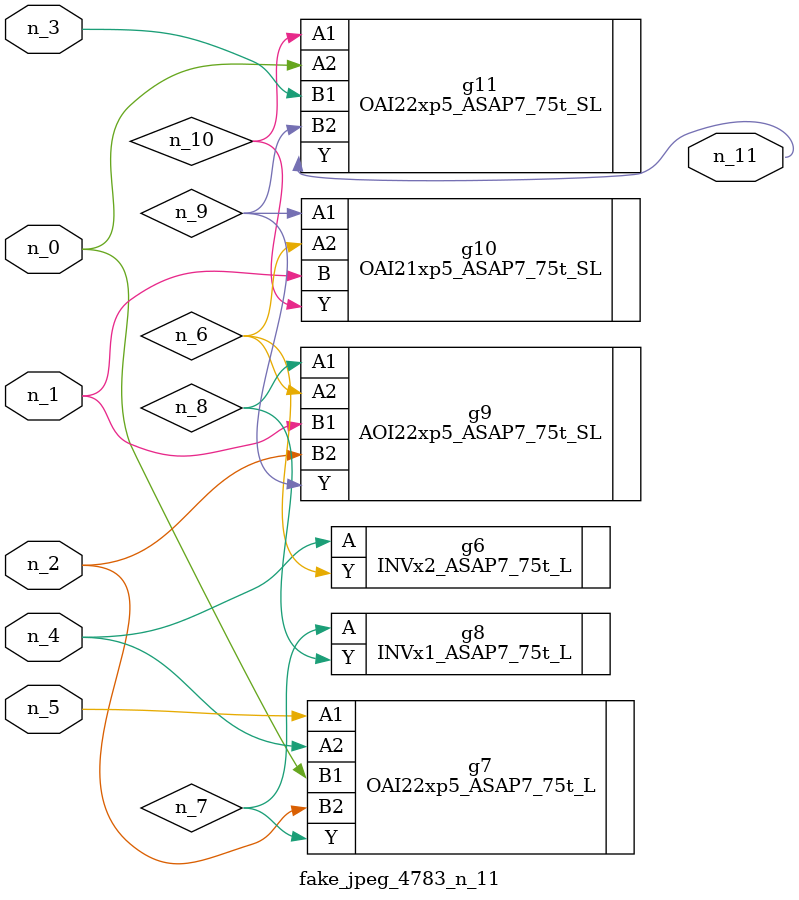
<source format=v>
module fake_jpeg_4783_n_11 (n_3, n_2, n_1, n_0, n_4, n_5, n_11);

input n_3;
input n_2;
input n_1;
input n_0;
input n_4;
input n_5;

output n_11;

wire n_10;
wire n_8;
wire n_9;
wire n_6;
wire n_7;

INVx2_ASAP7_75t_L g6 ( 
.A(n_4),
.Y(n_6)
);

OAI22xp5_ASAP7_75t_L g7 ( 
.A1(n_5),
.A2(n_4),
.B1(n_0),
.B2(n_2),
.Y(n_7)
);

INVx1_ASAP7_75t_L g8 ( 
.A(n_7),
.Y(n_8)
);

AOI22xp5_ASAP7_75t_SL g9 ( 
.A1(n_8),
.A2(n_6),
.B1(n_1),
.B2(n_2),
.Y(n_9)
);

OAI21xp5_ASAP7_75t_SL g10 ( 
.A1(n_9),
.A2(n_6),
.B(n_1),
.Y(n_10)
);

OAI22xp5_ASAP7_75t_SL g11 ( 
.A1(n_10),
.A2(n_0),
.B1(n_3),
.B2(n_9),
.Y(n_11)
);


endmodule
</source>
